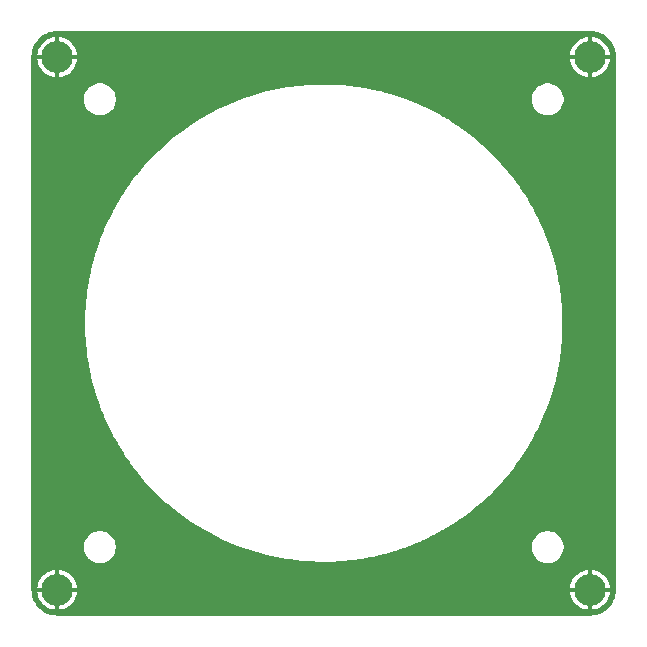
<source format=gbr>
%TF.GenerationSoftware,KiCad,Pcbnew,9.0.5-9.0.5~ubuntu24.04.1*%
%TF.CreationDate,2025-10-31T15:20:58+08:00*%
%TF.ProjectId,TPS,5450532e-6b69-4636-9164-5f7063625858,rev?*%
%TF.SameCoordinates,Original*%
%TF.FileFunction,Copper,L2,Bot*%
%TF.FilePolarity,Positive*%
%FSLAX46Y46*%
G04 Gerber Fmt 4.6, Leading zero omitted, Abs format (unit mm)*
G04 Created by KiCad (PCBNEW 9.0.5-9.0.5~ubuntu24.04.1) date 2025-10-31 15:20:58*
%MOMM*%
%LPD*%
G01*
G04 APERTURE LIST*
%TA.AperFunction,ComponentPad*%
%ADD10C,2.700000*%
%TD*%
G04 APERTURE END LIST*
D10*
%TO.P,H10,1,1*%
%TO.N,GND*%
X85775000Y-57886000D03*
%TD*%
%TO.P,H9,1,1*%
%TO.N,GND*%
X40661000Y-103000000D03*
%TD*%
%TO.P,H8,1,1*%
%TO.N,GND*%
X40661000Y-57886000D03*
%TD*%
%TO.P,H11,1,1*%
%TO.N,GND*%
X85775000Y-103000000D03*
%TD*%
%TA.AperFunction,Conductor*%
%TO.N,GND*%
G36*
X85778736Y-55686726D02*
G01*
X86011068Y-55700779D01*
X86019729Y-55701611D01*
X86071126Y-55708377D01*
X86077239Y-55709339D01*
X86279220Y-55746353D01*
X86288960Y-55748547D01*
X86332404Y-55760187D01*
X86337176Y-55761569D01*
X86540605Y-55824961D01*
X86551158Y-55828782D01*
X86578927Y-55840284D01*
X86582340Y-55841757D01*
X86790319Y-55935360D01*
X86803575Y-55942318D01*
X86889020Y-55993971D01*
X87018045Y-56071970D01*
X87030356Y-56080468D01*
X87175739Y-56194368D01*
X87227636Y-56235027D01*
X87238844Y-56244957D01*
X87416042Y-56422155D01*
X87425972Y-56433363D01*
X87454257Y-56469466D01*
X87560549Y-56605138D01*
X87580527Y-56630637D01*
X87589033Y-56642960D01*
X87718680Y-56857422D01*
X87725639Y-56870681D01*
X87819229Y-57078632D01*
X87820714Y-57082071D01*
X87832216Y-57109840D01*
X87836040Y-57120401D01*
X87899421Y-57323795D01*
X87900811Y-57328594D01*
X87912451Y-57372038D01*
X87914645Y-57381778D01*
X87951655Y-57583735D01*
X87952625Y-57589902D01*
X87959385Y-57641249D01*
X87960220Y-57649946D01*
X87974274Y-57882263D01*
X87974500Y-57889751D01*
X87974500Y-102996248D01*
X87974274Y-103003736D01*
X87960220Y-103236052D01*
X87959385Y-103244749D01*
X87952625Y-103296096D01*
X87951655Y-103302263D01*
X87914645Y-103504220D01*
X87912451Y-103513960D01*
X87900811Y-103557404D01*
X87899421Y-103562203D01*
X87836040Y-103765597D01*
X87832216Y-103776158D01*
X87820714Y-103803927D01*
X87819229Y-103807366D01*
X87725639Y-104015317D01*
X87718680Y-104028576D01*
X87589033Y-104243039D01*
X87580527Y-104255362D01*
X87425972Y-104452636D01*
X87416042Y-104463844D01*
X87238844Y-104641042D01*
X87227636Y-104650972D01*
X87030362Y-104805527D01*
X87018039Y-104814033D01*
X86803576Y-104943680D01*
X86790317Y-104950639D01*
X86582366Y-105044229D01*
X86578927Y-105045714D01*
X86551158Y-105057216D01*
X86540597Y-105061040D01*
X86337203Y-105124421D01*
X86332404Y-105125811D01*
X86288960Y-105137451D01*
X86279220Y-105139645D01*
X86077263Y-105176655D01*
X86071096Y-105177625D01*
X86019749Y-105184385D01*
X86011052Y-105185220D01*
X85787202Y-105198761D01*
X85778735Y-105199274D01*
X85771249Y-105199500D01*
X40664751Y-105199500D01*
X40657264Y-105199274D01*
X40647971Y-105198711D01*
X40424946Y-105185220D01*
X40416249Y-105184385D01*
X40364902Y-105177625D01*
X40358735Y-105176655D01*
X40156778Y-105139645D01*
X40147038Y-105137451D01*
X40103594Y-105125811D01*
X40098795Y-105124421D01*
X39895401Y-105061040D01*
X39884840Y-105057216D01*
X39857071Y-105045714D01*
X39853632Y-105044229D01*
X39645681Y-104950639D01*
X39632422Y-104943680D01*
X39417960Y-104814033D01*
X39405637Y-104805527D01*
X39208363Y-104650972D01*
X39197155Y-104641042D01*
X39019957Y-104463844D01*
X39010027Y-104452636D01*
X38875456Y-104280869D01*
X38855468Y-104255356D01*
X38846970Y-104243045D01*
X38744122Y-104072914D01*
X38717318Y-104028575D01*
X38710359Y-104015316D01*
X38616757Y-103807340D01*
X38615284Y-103803927D01*
X38603782Y-103776158D01*
X38599958Y-103765597D01*
X38596189Y-103753502D01*
X38536569Y-103562176D01*
X38535187Y-103557404D01*
X38523547Y-103513960D01*
X38521353Y-103504220D01*
X38489860Y-103332367D01*
X38484339Y-103302239D01*
X38483377Y-103296126D01*
X38476611Y-103244729D01*
X38475779Y-103236065D01*
X38461726Y-103003736D01*
X38461500Y-102996249D01*
X38461500Y-102825000D01*
X38969370Y-102825000D01*
X39575006Y-102825000D01*
X39561000Y-102913428D01*
X39561000Y-103086572D01*
X39575006Y-103175000D01*
X38969370Y-103175000D01*
X38990085Y-103332354D01*
X38990088Y-103332367D01*
X39047763Y-103547618D01*
X39133045Y-103753502D01*
X39133054Y-103753520D01*
X39244464Y-103946491D01*
X39244466Y-103946495D01*
X39380130Y-104123293D01*
X39380138Y-104123302D01*
X39537698Y-104280862D01*
X39537706Y-104280869D01*
X39714504Y-104416533D01*
X39714508Y-104416535D01*
X39907479Y-104527945D01*
X39907497Y-104527954D01*
X40113381Y-104613236D01*
X40328632Y-104670911D01*
X40328645Y-104670914D01*
X40486000Y-104691629D01*
X40486000Y-104085994D01*
X40574428Y-104100000D01*
X40747572Y-104100000D01*
X40836000Y-104085994D01*
X40836000Y-104691628D01*
X40993354Y-104670914D01*
X40993367Y-104670911D01*
X41208618Y-104613236D01*
X41414502Y-104527954D01*
X41414520Y-104527945D01*
X41607491Y-104416535D01*
X41607495Y-104416533D01*
X41784293Y-104280869D01*
X41784302Y-104280862D01*
X41941862Y-104123302D01*
X41941869Y-104123293D01*
X42077533Y-103946495D01*
X42077535Y-103946491D01*
X42188945Y-103753520D01*
X42188954Y-103753502D01*
X42274236Y-103547618D01*
X42331911Y-103332367D01*
X42331914Y-103332354D01*
X42352630Y-103175000D01*
X41746994Y-103175000D01*
X41761000Y-103086572D01*
X41761000Y-102913428D01*
X41746994Y-102825000D01*
X42352629Y-102825000D01*
X84083370Y-102825000D01*
X84689006Y-102825000D01*
X84675000Y-102913428D01*
X84675000Y-103086572D01*
X84689006Y-103175000D01*
X84083370Y-103175000D01*
X84104085Y-103332354D01*
X84104088Y-103332367D01*
X84161763Y-103547618D01*
X84247045Y-103753502D01*
X84247054Y-103753520D01*
X84358464Y-103946491D01*
X84358466Y-103946495D01*
X84494130Y-104123293D01*
X84494138Y-104123302D01*
X84651698Y-104280862D01*
X84651706Y-104280869D01*
X84828504Y-104416533D01*
X84828508Y-104416535D01*
X85021479Y-104527945D01*
X85021497Y-104527954D01*
X85227381Y-104613236D01*
X85442632Y-104670911D01*
X85442645Y-104670914D01*
X85600000Y-104691629D01*
X85600000Y-104085994D01*
X85688428Y-104100000D01*
X85861572Y-104100000D01*
X85950000Y-104085994D01*
X85950000Y-104691628D01*
X86107354Y-104670914D01*
X86107367Y-104670911D01*
X86322618Y-104613236D01*
X86528502Y-104527954D01*
X86528520Y-104527945D01*
X86721491Y-104416535D01*
X86721495Y-104416533D01*
X86898293Y-104280869D01*
X86898302Y-104280862D01*
X87055862Y-104123302D01*
X87055869Y-104123293D01*
X87191533Y-103946495D01*
X87191535Y-103946491D01*
X87302945Y-103753520D01*
X87302954Y-103753502D01*
X87388236Y-103547618D01*
X87445911Y-103332367D01*
X87445914Y-103332354D01*
X87466630Y-103175000D01*
X86860994Y-103175000D01*
X86875000Y-103086572D01*
X86875000Y-102913428D01*
X86860994Y-102825000D01*
X87466629Y-102825000D01*
X87445914Y-102667645D01*
X87445911Y-102667632D01*
X87388236Y-102452381D01*
X87302954Y-102246497D01*
X87302945Y-102246479D01*
X87191535Y-102053508D01*
X87191533Y-102053504D01*
X87055869Y-101876706D01*
X87055862Y-101876698D01*
X86898302Y-101719138D01*
X86898293Y-101719130D01*
X86721495Y-101583466D01*
X86721491Y-101583464D01*
X86528520Y-101472054D01*
X86528502Y-101472045D01*
X86322618Y-101386763D01*
X86107367Y-101329088D01*
X86107356Y-101329086D01*
X85950000Y-101308368D01*
X85950000Y-101914005D01*
X85861572Y-101900000D01*
X85688428Y-101900000D01*
X85600000Y-101914005D01*
X85600000Y-101308368D01*
X85599999Y-101308368D01*
X85442643Y-101329086D01*
X85442632Y-101329088D01*
X85227381Y-101386763D01*
X85021497Y-101472045D01*
X85021479Y-101472054D01*
X84828508Y-101583464D01*
X84828504Y-101583466D01*
X84651706Y-101719130D01*
X84494130Y-101876706D01*
X84358466Y-102053504D01*
X84358464Y-102053508D01*
X84247054Y-102246479D01*
X84247045Y-102246497D01*
X84161763Y-102452381D01*
X84104088Y-102667632D01*
X84104085Y-102667645D01*
X84083370Y-102825000D01*
X42352629Y-102825000D01*
X42331914Y-102667645D01*
X42331911Y-102667632D01*
X42274236Y-102452381D01*
X42188954Y-102246497D01*
X42188945Y-102246479D01*
X42077535Y-102053508D01*
X42077533Y-102053504D01*
X41941869Y-101876706D01*
X41941862Y-101876698D01*
X41784302Y-101719138D01*
X41784293Y-101719130D01*
X41607495Y-101583466D01*
X41607491Y-101583464D01*
X41414520Y-101472054D01*
X41414502Y-101472045D01*
X41208618Y-101386763D01*
X40993367Y-101329088D01*
X40993356Y-101329086D01*
X40836000Y-101308368D01*
X40836000Y-101914005D01*
X40747572Y-101900000D01*
X40574428Y-101900000D01*
X40486000Y-101914005D01*
X40486000Y-101308368D01*
X40485999Y-101308368D01*
X40328643Y-101329086D01*
X40328632Y-101329088D01*
X40113381Y-101386763D01*
X39907497Y-101472045D01*
X39907479Y-101472054D01*
X39714508Y-101583464D01*
X39714504Y-101583466D01*
X39537706Y-101719130D01*
X39380130Y-101876706D01*
X39244466Y-102053504D01*
X39244464Y-102053508D01*
X39133054Y-102246479D01*
X39133045Y-102246497D01*
X39047763Y-102452381D01*
X38990088Y-102667632D01*
X38990085Y-102667645D01*
X38969370Y-102825000D01*
X38461500Y-102825000D01*
X38461500Y-99293713D01*
X42910500Y-99293713D01*
X42910500Y-99506286D01*
X42942118Y-99705919D01*
X42943754Y-99716243D01*
X42984323Y-99841102D01*
X43009444Y-99918414D01*
X43105951Y-100107820D01*
X43230890Y-100279786D01*
X43381213Y-100430109D01*
X43553179Y-100555048D01*
X43553181Y-100555049D01*
X43553184Y-100555051D01*
X43742588Y-100651557D01*
X43944757Y-100717246D01*
X44154713Y-100750500D01*
X44154714Y-100750500D01*
X44367286Y-100750500D01*
X44367287Y-100750500D01*
X44577243Y-100717246D01*
X44779412Y-100651557D01*
X44968816Y-100555051D01*
X45013700Y-100522441D01*
X45140786Y-100430109D01*
X45140788Y-100430106D01*
X45140792Y-100430104D01*
X45291104Y-100279792D01*
X45291106Y-100279788D01*
X45291109Y-100279786D01*
X45416048Y-100107820D01*
X45416047Y-100107820D01*
X45416051Y-100107816D01*
X45512557Y-99918412D01*
X45578246Y-99716243D01*
X45611500Y-99506287D01*
X45611500Y-99293713D01*
X45578246Y-99083757D01*
X45512557Y-98881588D01*
X45416051Y-98692184D01*
X45416049Y-98692181D01*
X45416048Y-98692179D01*
X45291109Y-98520213D01*
X45140786Y-98369890D01*
X44968820Y-98244951D01*
X44779414Y-98148444D01*
X44779413Y-98148443D01*
X44779412Y-98148443D01*
X44577243Y-98082754D01*
X44577241Y-98082753D01*
X44577240Y-98082753D01*
X44415957Y-98057208D01*
X44367287Y-98049500D01*
X44154713Y-98049500D01*
X44106042Y-98057208D01*
X43944760Y-98082753D01*
X43742585Y-98148444D01*
X43553179Y-98244951D01*
X43381213Y-98369890D01*
X43230890Y-98520213D01*
X43105951Y-98692179D01*
X43009444Y-98881585D01*
X42943753Y-99083760D01*
X42910500Y-99293713D01*
X38461500Y-99293713D01*
X38461500Y-80442999D01*
X43015492Y-80442999D01*
X43017469Y-80531672D01*
X43017500Y-80534435D01*
X43017500Y-80883776D01*
X43033404Y-81248067D01*
X43033491Y-81250711D01*
X43035547Y-81342955D01*
X43041203Y-81427443D01*
X43041362Y-81430316D01*
X43055953Y-81764494D01*
X43089108Y-82143461D01*
X43089222Y-82144772D01*
X43095673Y-82241129D01*
X43104757Y-82322340D01*
X43104890Y-82323850D01*
X43104891Y-82323858D01*
X43132786Y-82642691D01*
X43184589Y-83036184D01*
X43184881Y-83038582D01*
X43195749Y-83135726D01*
X43207466Y-83210242D01*
X43207910Y-83213318D01*
X43247850Y-83516701D01*
X43319740Y-83924406D01*
X43319949Y-83925591D01*
X43335578Y-84024986D01*
X43349891Y-84095403D01*
X43350172Y-84096997D01*
X43350175Y-84097011D01*
X43400930Y-84384854D01*
X43494435Y-84806632D01*
X43494889Y-84808770D01*
X43514882Y-84907133D01*
X43530601Y-84969976D01*
X43531368Y-84973225D01*
X43591733Y-85245514D01*
X43591736Y-85245524D01*
X43708437Y-85681060D01*
X43708706Y-85682065D01*
X43733304Y-85780410D01*
X43750665Y-85838661D01*
X43751124Y-85840375D01*
X43751130Y-85840393D01*
X43819898Y-86097038D01*
X43961511Y-86546177D01*
X43962084Y-86548046D01*
X43990413Y-86643096D01*
X44007849Y-86693311D01*
X44008971Y-86696697D01*
X44084987Y-86937789D01*
X44253319Y-87400279D01*
X44253660Y-87401218D01*
X44285693Y-87493467D01*
X44303742Y-87538817D01*
X44304376Y-87540559D01*
X44304385Y-87540581D01*
X44346541Y-87656403D01*
X44386494Y-87766172D01*
X44446984Y-87912208D01*
X44583634Y-88242111D01*
X44584283Y-88243710D01*
X44618565Y-88329845D01*
X44635251Y-88366879D01*
X44636758Y-88370364D01*
X44723850Y-88580622D01*
X44952049Y-89069996D01*
X44952407Y-89070764D01*
X44988361Y-89150559D01*
X45004618Y-89182730D01*
X45005452Y-89184519D01*
X45005452Y-89184520D01*
X45096407Y-89379575D01*
X45358311Y-89882688D01*
X45358993Y-89884018D01*
X45394347Y-89953979D01*
X45407784Y-89977865D01*
X45409699Y-89981403D01*
X45503464Y-90161524D01*
X45762033Y-90609378D01*
X45802554Y-90679562D01*
X45835731Y-90738534D01*
X45847639Y-90757655D01*
X45848691Y-90759476D01*
X45848696Y-90759483D01*
X45944242Y-90924973D01*
X46112481Y-91189055D01*
X46283547Y-91457576D01*
X46284221Y-91458647D01*
X46302928Y-91488683D01*
X46311620Y-91502639D01*
X46319245Y-91513747D01*
X46321583Y-91517280D01*
X46417905Y-91668476D01*
X46802472Y-92217694D01*
X46802473Y-92217695D01*
X46802732Y-92218065D01*
X46821075Y-92244786D01*
X46826198Y-92251579D01*
X46827440Y-92253353D01*
X46827451Y-92253368D01*
X46923538Y-92390594D01*
X46923545Y-92390603D01*
X47359218Y-92958383D01*
X47359836Y-92959196D01*
X47363425Y-92963954D01*
X47365283Y-92966287D01*
X47460194Y-93089977D01*
X48026845Y-93765285D01*
X48622414Y-94415234D01*
X49245766Y-95038586D01*
X49895715Y-95634155D01*
X50177605Y-95870689D01*
X50571021Y-96200805D01*
X51264302Y-96732778D01*
X51270406Y-96737462D01*
X51992532Y-97243100D01*
X52736027Y-97716758D01*
X53120763Y-97938885D01*
X53499475Y-98157535D01*
X54281416Y-98564588D01*
X54555037Y-98692179D01*
X55080379Y-98937150D01*
X55894828Y-99274506D01*
X56723217Y-99576015D01*
X57563969Y-99841103D01*
X58415483Y-100069266D01*
X59276140Y-100260069D01*
X60144300Y-100413149D01*
X60301072Y-100433788D01*
X60302385Y-100434010D01*
X60308037Y-100434705D01*
X61018311Y-100528214D01*
X61185167Y-100542812D01*
X61189452Y-100543263D01*
X61195816Y-100544047D01*
X61228051Y-100546565D01*
X61228366Y-100546591D01*
X61896510Y-100605047D01*
X62077717Y-100612958D01*
X62093262Y-100614174D01*
X62145696Y-100615926D01*
X62777224Y-100643500D01*
X62968311Y-100643500D01*
X62972452Y-100643568D01*
X62992941Y-100644254D01*
X62992947Y-100644253D01*
X62992950Y-100644254D01*
X63054427Y-100643569D01*
X63059903Y-100643507D01*
X63061284Y-100643500D01*
X63658775Y-100643500D01*
X63658776Y-100643500D01*
X63863706Y-100634552D01*
X63893066Y-100634226D01*
X63971957Y-100629826D01*
X64539490Y-100605047D01*
X64753986Y-100586280D01*
X64757731Y-100586012D01*
X64791852Y-100584110D01*
X64878317Y-100575411D01*
X64879573Y-100575293D01*
X65417689Y-100528214D01*
X65645213Y-100498260D01*
X65687512Y-100494005D01*
X65780043Y-100480509D01*
X66291700Y-100413149D01*
X66528210Y-100371445D01*
X66531703Y-100370883D01*
X66578270Y-100364092D01*
X66673501Y-100345837D01*
X66674925Y-100345576D01*
X67159860Y-100260069D01*
X67408406Y-100204967D01*
X67462356Y-100194627D01*
X67559776Y-100171409D01*
X68020517Y-100069266D01*
X68277225Y-100000481D01*
X68280504Y-99999651D01*
X68338016Y-99985946D01*
X68434654Y-99958313D01*
X68436359Y-99957841D01*
X68872031Y-99841103D01*
X69139590Y-99756741D01*
X69203510Y-99738465D01*
X69299717Y-99706253D01*
X69712783Y-99576015D01*
X69987562Y-99476003D01*
X69990376Y-99475020D01*
X70047193Y-99455998D01*
X70057109Y-99452679D01*
X70057115Y-99452676D01*
X70057120Y-99452675D01*
X70150142Y-99416847D01*
X70151978Y-99416160D01*
X70488401Y-99293713D01*
X80824500Y-99293713D01*
X80824500Y-99506286D01*
X80856118Y-99705919D01*
X80857754Y-99716243D01*
X80898323Y-99841102D01*
X80923444Y-99918414D01*
X81019951Y-100107820D01*
X81144890Y-100279786D01*
X81295213Y-100430109D01*
X81467179Y-100555048D01*
X81467181Y-100555049D01*
X81467184Y-100555051D01*
X81656588Y-100651557D01*
X81858757Y-100717246D01*
X82068713Y-100750500D01*
X82068714Y-100750500D01*
X82281286Y-100750500D01*
X82281287Y-100750500D01*
X82491243Y-100717246D01*
X82693412Y-100651557D01*
X82882816Y-100555051D01*
X82927700Y-100522441D01*
X83054786Y-100430109D01*
X83054788Y-100430106D01*
X83054792Y-100430104D01*
X83205104Y-100279792D01*
X83205106Y-100279788D01*
X83205109Y-100279786D01*
X83330048Y-100107820D01*
X83330047Y-100107820D01*
X83330051Y-100107816D01*
X83426557Y-99918412D01*
X83492246Y-99716243D01*
X83525500Y-99506287D01*
X83525500Y-99293713D01*
X83492246Y-99083757D01*
X83426557Y-98881588D01*
X83330051Y-98692184D01*
X83330049Y-98692181D01*
X83330048Y-98692179D01*
X83205109Y-98520213D01*
X83054786Y-98369890D01*
X82882820Y-98244951D01*
X82693414Y-98148444D01*
X82693413Y-98148443D01*
X82693412Y-98148443D01*
X82491243Y-98082754D01*
X82491241Y-98082753D01*
X82491240Y-98082753D01*
X82329957Y-98057208D01*
X82281287Y-98049500D01*
X82068713Y-98049500D01*
X82020042Y-98057208D01*
X81858760Y-98082753D01*
X81656585Y-98148444D01*
X81467179Y-98244951D01*
X81295213Y-98369890D01*
X81144890Y-98520213D01*
X81019951Y-98692179D01*
X80923444Y-98881585D01*
X80857753Y-99083760D01*
X80824500Y-99293713D01*
X70488401Y-99293713D01*
X70541172Y-99274506D01*
X70823897Y-99157397D01*
X70826668Y-99156289D01*
X70897152Y-99129143D01*
X70986906Y-99089898D01*
X70988805Y-99089090D01*
X71355621Y-98937150D01*
X71647051Y-98801253D01*
X71721938Y-98768511D01*
X71808652Y-98725898D01*
X72097876Y-98591030D01*
X72154565Y-98564597D01*
X72154573Y-98564592D01*
X72154579Y-98564590D01*
X72451390Y-98410079D01*
X72453642Y-98408940D01*
X72529840Y-98371496D01*
X72610959Y-98327041D01*
X72613009Y-98325946D01*
X72936526Y-98157534D01*
X73240219Y-97982196D01*
X73319254Y-97938885D01*
X73396266Y-97892103D01*
X73699973Y-97716758D01*
X74007623Y-97520763D01*
X74009634Y-97519512D01*
X74056842Y-97490835D01*
X74088606Y-97471542D01*
X74106830Y-97459328D01*
X74159007Y-97424359D01*
X74161290Y-97422866D01*
X74443468Y-97243100D01*
X74756170Y-97024143D01*
X74836389Y-96970382D01*
X74902152Y-96921926D01*
X75165594Y-96737462D01*
X75480573Y-96495769D01*
X75482359Y-96494427D01*
X75561098Y-96436412D01*
X75619868Y-96388928D01*
X75622095Y-96387176D01*
X75864977Y-96200806D01*
X76183050Y-95933910D01*
X76261302Y-95870689D01*
X76315154Y-95823062D01*
X76540285Y-95634155D01*
X76858876Y-95342219D01*
X76860281Y-95340954D01*
X76935608Y-95274336D01*
X76982305Y-95229173D01*
X76984522Y-95227086D01*
X77190234Y-95038586D01*
X77509799Y-94719020D01*
X77582680Y-94648537D01*
X77624485Y-94604334D01*
X77813586Y-94415234D01*
X78131912Y-94067841D01*
X78132832Y-94066854D01*
X78201232Y-93994534D01*
X78236123Y-93954184D01*
X78238274Y-93951768D01*
X78409155Y-93765285D01*
X78726219Y-93387422D01*
X78790036Y-93313625D01*
X78820284Y-93275319D01*
X78975806Y-93089977D01*
X79289521Y-92681135D01*
X79290380Y-92680031D01*
X79347924Y-92607163D01*
X79371666Y-92574175D01*
X79373872Y-92571207D01*
X79512462Y-92390594D01*
X79822730Y-91947484D01*
X79873787Y-91876550D01*
X79893490Y-91846428D01*
X80018100Y-91668468D01*
X80323126Y-91189671D01*
X80323524Y-91189055D01*
X80366581Y-91123237D01*
X80380544Y-91099661D01*
X80382617Y-91096289D01*
X80491758Y-90924973D01*
X80790840Y-90406946D01*
X80825329Y-90348720D01*
X80835950Y-90328813D01*
X80932534Y-90161526D01*
X81224179Y-89601280D01*
X81224614Y-89600454D01*
X81249118Y-89554535D01*
X81254945Y-89542335D01*
X81256789Y-89538637D01*
X81339590Y-89379579D01*
X81623146Y-88771489D01*
X81637109Y-88742261D01*
X81640437Y-88734409D01*
X81712150Y-88580621D01*
X81986161Y-87919098D01*
X81986338Y-87918677D01*
X81988530Y-87913509D01*
X81988549Y-87913455D01*
X81989047Y-87912208D01*
X81989058Y-87912212D01*
X81989839Y-87910218D01*
X82049506Y-87766172D01*
X82351015Y-86937783D01*
X82616103Y-86097031D01*
X82844266Y-85245517D01*
X83035069Y-84384860D01*
X83188149Y-83516700D01*
X83303214Y-82642689D01*
X83380047Y-81764490D01*
X83418500Y-80883776D01*
X83418500Y-80002224D01*
X83380047Y-79121510D01*
X83303214Y-78243311D01*
X83203297Y-77484364D01*
X83188149Y-77369299D01*
X83085824Y-76788987D01*
X83035069Y-76501140D01*
X82844266Y-75640483D01*
X82616103Y-74788969D01*
X82351015Y-73948217D01*
X82049506Y-73119828D01*
X81989000Y-72973755D01*
X81988530Y-72972491D01*
X81986257Y-72967133D01*
X81852349Y-72643850D01*
X81712150Y-72305377D01*
X81641373Y-72153598D01*
X81639604Y-72149623D01*
X81637109Y-72143739D01*
X81623333Y-72114899D01*
X81622846Y-72113866D01*
X81339597Y-71506434D01*
X81326694Y-71481648D01*
X81255843Y-71345545D01*
X81249118Y-71331465D01*
X81224409Y-71285160D01*
X80932534Y-70724474D01*
X80837002Y-70559007D01*
X80834995Y-70555393D01*
X80831103Y-70548101D01*
X80825329Y-70537280D01*
X80791134Y-70479547D01*
X80790438Y-70478356D01*
X80599399Y-70147467D01*
X80491758Y-69961027D01*
X80382614Y-69789705D01*
X80382614Y-69789704D01*
X80381535Y-69788011D01*
X80366581Y-69762763D01*
X80323341Y-69696665D01*
X80018100Y-69217532D01*
X80018094Y-69217523D01*
X79894626Y-69041192D01*
X79892433Y-69037952D01*
X79873788Y-69009452D01*
X79823148Y-68939093D01*
X79822215Y-68937779D01*
X79512462Y-68495406D01*
X79373922Y-68314857D01*
X79372754Y-68313335D01*
X79347924Y-68278837D01*
X79289977Y-68205458D01*
X79289440Y-68204758D01*
X78975805Y-67796021D01*
X78890693Y-67694589D01*
X78821460Y-67612081D01*
X78819183Y-67609284D01*
X78790036Y-67572375D01*
X78726779Y-67499223D01*
X78725603Y-67497842D01*
X78568549Y-67310674D01*
X78409155Y-67120715D01*
X78237169Y-66933025D01*
X78201232Y-66891466D01*
X78132362Y-66818648D01*
X77813586Y-66470766D01*
X77625741Y-66282921D01*
X77623334Y-66280446D01*
X77599629Y-66255384D01*
X77582680Y-66237463D01*
X77510499Y-66167655D01*
X77509022Y-66166202D01*
X77190233Y-65847413D01*
X76984653Y-65659034D01*
X76983422Y-65657906D01*
X76935608Y-65611664D01*
X76859593Y-65544437D01*
X76858737Y-65543653D01*
X76858736Y-65543651D01*
X76615704Y-65320954D01*
X76540285Y-65251845D01*
X76467803Y-65191026D01*
X76316388Y-65063972D01*
X76313947Y-65061869D01*
X76261300Y-65015309D01*
X76183918Y-64952788D01*
X76182141Y-64951326D01*
X75864964Y-64685183D01*
X75622211Y-64498913D01*
X75620953Y-64497948D01*
X75561098Y-64449588D01*
X75481437Y-64390893D01*
X75480484Y-64390162D01*
X75480482Y-64390160D01*
X75165593Y-64148537D01*
X74903443Y-63964978D01*
X74901012Y-63963232D01*
X74836382Y-63915613D01*
X74757208Y-63862551D01*
X74755119Y-63861120D01*
X74443460Y-63642894D01*
X74161344Y-63463166D01*
X74161344Y-63463167D01*
X74160140Y-63462400D01*
X74088613Y-63414463D01*
X74008611Y-63365865D01*
X74007508Y-63365163D01*
X73948634Y-63327656D01*
X73699973Y-63169242D01*
X73618384Y-63122137D01*
X73397497Y-62994607D01*
X73395121Y-62993200D01*
X73356062Y-62969474D01*
X73319254Y-62947115D01*
X73319245Y-62947110D01*
X73241403Y-62904450D01*
X73238996Y-62903096D01*
X72936524Y-62728464D01*
X72613167Y-62560135D01*
X72611947Y-62559500D01*
X72529840Y-62514504D01*
X72452523Y-62476509D01*
X72451197Y-62475819D01*
X72154583Y-62321411D01*
X71809827Y-62160649D01*
X71807544Y-62159556D01*
X71721940Y-62117490D01*
X71648387Y-62085329D01*
X71645660Y-62084097D01*
X71355621Y-61948850D01*
X70988958Y-61796973D01*
X70987848Y-61796513D01*
X70897152Y-61756857D01*
X70825343Y-61729200D01*
X70823860Y-61728586D01*
X70823858Y-61728585D01*
X70541185Y-61611498D01*
X70211116Y-61491363D01*
X70211115Y-61491362D01*
X70152123Y-61469891D01*
X70149967Y-61469083D01*
X70057138Y-61433330D01*
X69990464Y-61411008D01*
X69987422Y-61409945D01*
X69904360Y-61379713D01*
X80824500Y-61379713D01*
X80824500Y-61592287D01*
X80834534Y-61655644D01*
X80857753Y-61802239D01*
X80923444Y-62004414D01*
X81019951Y-62193820D01*
X81144890Y-62365786D01*
X81295213Y-62516109D01*
X81467179Y-62641048D01*
X81467181Y-62641049D01*
X81467184Y-62641051D01*
X81656588Y-62737557D01*
X81858757Y-62803246D01*
X82068713Y-62836500D01*
X82068714Y-62836500D01*
X82281286Y-62836500D01*
X82281287Y-62836500D01*
X82491243Y-62803246D01*
X82693412Y-62737557D01*
X82882816Y-62641051D01*
X82904789Y-62625086D01*
X83054786Y-62516109D01*
X83054788Y-62516106D01*
X83054792Y-62516104D01*
X83205104Y-62365792D01*
X83205106Y-62365788D01*
X83205109Y-62365786D01*
X83330048Y-62193820D01*
X83330047Y-62193820D01*
X83330051Y-62193816D01*
X83426557Y-62004412D01*
X83492246Y-61802243D01*
X83525500Y-61592287D01*
X83525500Y-61379713D01*
X83492246Y-61169757D01*
X83426557Y-60967588D01*
X83330051Y-60778184D01*
X83330049Y-60778181D01*
X83330048Y-60778179D01*
X83205109Y-60606213D01*
X83054786Y-60455890D01*
X82882820Y-60330951D01*
X82693414Y-60234444D01*
X82693413Y-60234443D01*
X82693412Y-60234443D01*
X82491243Y-60168754D01*
X82491241Y-60168753D01*
X82491240Y-60168753D01*
X82329957Y-60143208D01*
X82281287Y-60135500D01*
X82068713Y-60135500D01*
X82020042Y-60143208D01*
X81858760Y-60168753D01*
X81656585Y-60234444D01*
X81467179Y-60330951D01*
X81295213Y-60455890D01*
X81144890Y-60606213D01*
X81019951Y-60778179D01*
X80923444Y-60967585D01*
X80857753Y-61169760D01*
X80834673Y-61315485D01*
X80824500Y-61379713D01*
X69904360Y-61379713D01*
X69712789Y-61309987D01*
X69300791Y-61180084D01*
X69300791Y-61180083D01*
X69299671Y-61179730D01*
X69203510Y-61147535D01*
X69139599Y-61129260D01*
X69137981Y-61128750D01*
X69137960Y-61128744D01*
X68872032Y-61044897D01*
X68436476Y-60928190D01*
X68434480Y-60927637D01*
X68420207Y-60923555D01*
X68338016Y-60900054D01*
X68333772Y-60899042D01*
X68280511Y-60886348D01*
X68277167Y-60885502D01*
X68020524Y-60816736D01*
X68020526Y-60816736D01*
X68020517Y-60816734D01*
X67799357Y-60767704D01*
X67560738Y-60714803D01*
X67559793Y-60714593D01*
X67462356Y-60691373D01*
X67408407Y-60681031D01*
X67406635Y-60680639D01*
X67406634Y-60680638D01*
X67159855Y-60625930D01*
X66675120Y-60540458D01*
X66673310Y-60540125D01*
X66578280Y-60521910D01*
X66578281Y-60521910D01*
X66578270Y-60521908D01*
X66551953Y-60518069D01*
X66531751Y-60515123D01*
X66528117Y-60514537D01*
X66291701Y-60472850D01*
X65780945Y-60405609D01*
X65780944Y-60405609D01*
X65780053Y-60405491D01*
X65687512Y-60391995D01*
X65645241Y-60387742D01*
X65643316Y-60387489D01*
X65643315Y-60387488D01*
X65417695Y-60357786D01*
X64879731Y-60310720D01*
X64878127Y-60310569D01*
X64791865Y-60301890D01*
X64757797Y-60299991D01*
X64753895Y-60299711D01*
X64539494Y-60280953D01*
X63972800Y-60256210D01*
X63971978Y-60256174D01*
X63893066Y-60251774D01*
X63863724Y-60251447D01*
X63861684Y-60251358D01*
X63861683Y-60251357D01*
X63658776Y-60242500D01*
X63061284Y-60242500D01*
X63059903Y-60242492D01*
X63059342Y-60242485D01*
X62992950Y-60241745D01*
X62972453Y-60242431D01*
X62968311Y-60242500D01*
X62777224Y-60242500D01*
X62146388Y-60270041D01*
X62146389Y-60270042D01*
X62145632Y-60270075D01*
X62093262Y-60271826D01*
X62077717Y-60273040D01*
X62075580Y-60273134D01*
X62075579Y-60273133D01*
X62075579Y-60273134D01*
X61896505Y-60280953D01*
X61228840Y-60339366D01*
X61227697Y-60339461D01*
X61204447Y-60341278D01*
X61195816Y-60341953D01*
X61195809Y-60341953D01*
X61195807Y-60341954D01*
X61189453Y-60342735D01*
X61185135Y-60343189D01*
X61018306Y-60357786D01*
X60308676Y-60451210D01*
X60308667Y-60451211D01*
X60308034Y-60451294D01*
X60302385Y-60451990D01*
X60301112Y-60452204D01*
X60298882Y-60452498D01*
X60298865Y-60452501D01*
X60144296Y-60472851D01*
X59276148Y-60625929D01*
X58415485Y-60816733D01*
X57563967Y-61044897D01*
X57135210Y-61180084D01*
X56723217Y-61309985D01*
X56286099Y-61469083D01*
X55894822Y-61611496D01*
X55080378Y-61948850D01*
X54281416Y-62321411D01*
X53499475Y-62728464D01*
X52736035Y-63169237D01*
X51992523Y-63642905D01*
X51270406Y-64148537D01*
X50571021Y-64685194D01*
X49895711Y-65251848D01*
X49245766Y-65847413D01*
X48622413Y-66470766D01*
X48026848Y-67120711D01*
X47460201Y-67796014D01*
X47365278Y-67919716D01*
X47365279Y-67919717D01*
X47363923Y-67921483D01*
X47363085Y-67922498D01*
X47359653Y-67927048D01*
X47359247Y-67927578D01*
X47359245Y-67927579D01*
X46923541Y-68495401D01*
X46827446Y-68632636D01*
X46824883Y-68636162D01*
X46821081Y-68641204D01*
X46803073Y-68667437D01*
X46802418Y-68668381D01*
X46417905Y-69217523D01*
X46321607Y-69368682D01*
X46321605Y-69368684D01*
X46320440Y-69370511D01*
X46311620Y-69383361D01*
X46284022Y-69427672D01*
X46283596Y-69428342D01*
X46283536Y-69428439D01*
X46053386Y-69789705D01*
X45944242Y-69961027D01*
X45913975Y-70013450D01*
X45848692Y-70126523D01*
X45846564Y-70130071D01*
X45835730Y-70147467D01*
X45802884Y-70205851D01*
X45802200Y-70207050D01*
X45503464Y-70724475D01*
X45409698Y-70904598D01*
X45408745Y-70906427D01*
X45394352Y-70932012D01*
X45358731Y-71002502D01*
X45358294Y-71003343D01*
X45096411Y-71506416D01*
X45005440Y-71701504D01*
X45003732Y-71705021D01*
X44988359Y-71735444D01*
X44952749Y-71814475D01*
X44952078Y-71815938D01*
X44723853Y-72305368D01*
X44636764Y-72515620D01*
X44636017Y-72517422D01*
X44618564Y-72556158D01*
X44584011Y-72642975D01*
X44583671Y-72643797D01*
X44583650Y-72643850D01*
X44450856Y-72964442D01*
X44386497Y-73119822D01*
X44386491Y-73119836D01*
X44304384Y-73345417D01*
X44303075Y-73348855D01*
X44285689Y-73392541D01*
X44253935Y-73483986D01*
X44253319Y-73485719D01*
X44084987Y-73948210D01*
X44008964Y-74189322D01*
X44008424Y-74191034D01*
X43990412Y-74242907D01*
X43961829Y-74338811D01*
X43961511Y-74339821D01*
X43819901Y-74788955D01*
X43751130Y-75045606D01*
X43750190Y-75048925D01*
X43733304Y-75105586D01*
X43708956Y-75202933D01*
X43708437Y-75204938D01*
X43591736Y-75640475D01*
X43531375Y-75912739D01*
X43531002Y-75914417D01*
X43514882Y-75978871D01*
X43494683Y-76078245D01*
X43494435Y-76079365D01*
X43400930Y-76501145D01*
X43350175Y-76788987D01*
X43349574Y-76792153D01*
X43335579Y-76861004D01*
X43320119Y-76959322D01*
X43319740Y-76961592D01*
X43247850Y-77369298D01*
X43207910Y-77672680D01*
X43207910Y-77672681D01*
X43207703Y-77674247D01*
X43195750Y-77750269D01*
X43184756Y-77848543D01*
X43184589Y-77849814D01*
X43132786Y-78243308D01*
X43104891Y-78562140D01*
X43104594Y-78565116D01*
X43095674Y-78644860D01*
X43089303Y-78740014D01*
X43089108Y-78742537D01*
X43055953Y-79121505D01*
X43041362Y-79455682D01*
X43041298Y-79457143D01*
X43035548Y-79543042D01*
X43033464Y-79636553D01*
X43033404Y-79637931D01*
X43017500Y-80002223D01*
X43017500Y-80351563D01*
X43017469Y-80354326D01*
X43015492Y-80442999D01*
X38461500Y-80442999D01*
X38461500Y-61379713D01*
X42910500Y-61379713D01*
X42910500Y-61592287D01*
X42920534Y-61655644D01*
X42943753Y-61802239D01*
X43009444Y-62004414D01*
X43105951Y-62193820D01*
X43230890Y-62365786D01*
X43381213Y-62516109D01*
X43553179Y-62641048D01*
X43553181Y-62641049D01*
X43553184Y-62641051D01*
X43742588Y-62737557D01*
X43944757Y-62803246D01*
X44154713Y-62836500D01*
X44154714Y-62836500D01*
X44367286Y-62836500D01*
X44367287Y-62836500D01*
X44577243Y-62803246D01*
X44779412Y-62737557D01*
X44968816Y-62641051D01*
X44990789Y-62625086D01*
X45140786Y-62516109D01*
X45140788Y-62516106D01*
X45140792Y-62516104D01*
X45291104Y-62365792D01*
X45291106Y-62365788D01*
X45291109Y-62365786D01*
X45416048Y-62193820D01*
X45416047Y-62193820D01*
X45416051Y-62193816D01*
X45512557Y-62004412D01*
X45578246Y-61802243D01*
X45611500Y-61592287D01*
X45611500Y-61379713D01*
X45578246Y-61169757D01*
X45512557Y-60967588D01*
X45416051Y-60778184D01*
X45416049Y-60778181D01*
X45416048Y-60778179D01*
X45291109Y-60606213D01*
X45140786Y-60455890D01*
X44968820Y-60330951D01*
X44779414Y-60234444D01*
X44779413Y-60234443D01*
X44779412Y-60234443D01*
X44577243Y-60168754D01*
X44577241Y-60168753D01*
X44577240Y-60168753D01*
X44415957Y-60143208D01*
X44367287Y-60135500D01*
X44154713Y-60135500D01*
X44106042Y-60143208D01*
X43944760Y-60168753D01*
X43742585Y-60234444D01*
X43553179Y-60330951D01*
X43381213Y-60455890D01*
X43230890Y-60606213D01*
X43105951Y-60778179D01*
X43009444Y-60967585D01*
X42943753Y-61169760D01*
X42920673Y-61315485D01*
X42910500Y-61379713D01*
X38461500Y-61379713D01*
X38461500Y-57889750D01*
X38461726Y-57882263D01*
X38466737Y-57799428D01*
X38472085Y-57711000D01*
X38969370Y-57711000D01*
X39575006Y-57711000D01*
X39561000Y-57799428D01*
X39561000Y-57972572D01*
X39575006Y-58061000D01*
X38969370Y-58061000D01*
X38990085Y-58218354D01*
X38990088Y-58218367D01*
X39047763Y-58433618D01*
X39133045Y-58639502D01*
X39133054Y-58639520D01*
X39244464Y-58832491D01*
X39244466Y-58832495D01*
X39380130Y-59009293D01*
X39380138Y-59009302D01*
X39537698Y-59166862D01*
X39537706Y-59166869D01*
X39714504Y-59302533D01*
X39714508Y-59302535D01*
X39907479Y-59413945D01*
X39907497Y-59413954D01*
X40113381Y-59499236D01*
X40328632Y-59556911D01*
X40328645Y-59556914D01*
X40486000Y-59577629D01*
X40486000Y-58971994D01*
X40574428Y-58986000D01*
X40747572Y-58986000D01*
X40836000Y-58971994D01*
X40836000Y-59577628D01*
X40993354Y-59556914D01*
X40993367Y-59556911D01*
X41208618Y-59499236D01*
X41414502Y-59413954D01*
X41414520Y-59413945D01*
X41607491Y-59302535D01*
X41607495Y-59302533D01*
X41784293Y-59166869D01*
X41784302Y-59166862D01*
X41941862Y-59009302D01*
X41941869Y-59009293D01*
X42077533Y-58832495D01*
X42077535Y-58832491D01*
X42188945Y-58639520D01*
X42188954Y-58639502D01*
X42274236Y-58433618D01*
X42331911Y-58218367D01*
X42331914Y-58218354D01*
X42352630Y-58061000D01*
X41746994Y-58061000D01*
X41761000Y-57972572D01*
X41761000Y-57799428D01*
X41746994Y-57711000D01*
X42352629Y-57711000D01*
X84083370Y-57711000D01*
X84689006Y-57711000D01*
X84675000Y-57799428D01*
X84675000Y-57972572D01*
X84689006Y-58061000D01*
X84083370Y-58061000D01*
X84104085Y-58218354D01*
X84104088Y-58218367D01*
X84161763Y-58433618D01*
X84247045Y-58639502D01*
X84247054Y-58639520D01*
X84358464Y-58832491D01*
X84358466Y-58832495D01*
X84494130Y-59009293D01*
X84494138Y-59009302D01*
X84651698Y-59166862D01*
X84651706Y-59166869D01*
X84828504Y-59302533D01*
X84828508Y-59302535D01*
X85021479Y-59413945D01*
X85021497Y-59413954D01*
X85227381Y-59499236D01*
X85442632Y-59556911D01*
X85442645Y-59556914D01*
X85600000Y-59577629D01*
X85600000Y-58971994D01*
X85688428Y-58986000D01*
X85861572Y-58986000D01*
X85950000Y-58971994D01*
X85950000Y-59577628D01*
X86107354Y-59556914D01*
X86107367Y-59556911D01*
X86322618Y-59499236D01*
X86528502Y-59413954D01*
X86528520Y-59413945D01*
X86721491Y-59302535D01*
X86721495Y-59302533D01*
X86898293Y-59166869D01*
X86898302Y-59166862D01*
X87055862Y-59009302D01*
X87055869Y-59009293D01*
X87191533Y-58832495D01*
X87191535Y-58832491D01*
X87302945Y-58639520D01*
X87302954Y-58639502D01*
X87388236Y-58433618D01*
X87445911Y-58218367D01*
X87445914Y-58218354D01*
X87466630Y-58061000D01*
X86860994Y-58061000D01*
X86875000Y-57972572D01*
X86875000Y-57799428D01*
X86860994Y-57711000D01*
X87466629Y-57711000D01*
X87445914Y-57553645D01*
X87445911Y-57553632D01*
X87388236Y-57338381D01*
X87302954Y-57132497D01*
X87302945Y-57132479D01*
X87191535Y-56939508D01*
X87191533Y-56939504D01*
X87055869Y-56762706D01*
X87055862Y-56762698D01*
X86898302Y-56605138D01*
X86898293Y-56605130D01*
X86721495Y-56469466D01*
X86721491Y-56469464D01*
X86528520Y-56358054D01*
X86528502Y-56358045D01*
X86322618Y-56272763D01*
X86107367Y-56215088D01*
X86107356Y-56215086D01*
X85950000Y-56194368D01*
X85950000Y-56800005D01*
X85861572Y-56786000D01*
X85688428Y-56786000D01*
X85600000Y-56800005D01*
X85600000Y-56194368D01*
X85599999Y-56194368D01*
X85442643Y-56215086D01*
X85442632Y-56215088D01*
X85227381Y-56272763D01*
X85021497Y-56358045D01*
X85021479Y-56358054D01*
X84828508Y-56469464D01*
X84828504Y-56469466D01*
X84651706Y-56605130D01*
X84494130Y-56762706D01*
X84358466Y-56939504D01*
X84358464Y-56939508D01*
X84247054Y-57132479D01*
X84247045Y-57132497D01*
X84161763Y-57338381D01*
X84104088Y-57553632D01*
X84104085Y-57553645D01*
X84083370Y-57711000D01*
X42352629Y-57711000D01*
X42331914Y-57553645D01*
X42331911Y-57553632D01*
X42274236Y-57338381D01*
X42188954Y-57132497D01*
X42188945Y-57132479D01*
X42077535Y-56939508D01*
X42077533Y-56939504D01*
X41941869Y-56762706D01*
X41941862Y-56762698D01*
X41784302Y-56605138D01*
X41784293Y-56605130D01*
X41607495Y-56469466D01*
X41607491Y-56469464D01*
X41414520Y-56358054D01*
X41414502Y-56358045D01*
X41208618Y-56272763D01*
X40993367Y-56215088D01*
X40993356Y-56215086D01*
X40836000Y-56194368D01*
X40836000Y-56800005D01*
X40747572Y-56786000D01*
X40574428Y-56786000D01*
X40486000Y-56800005D01*
X40486000Y-56194368D01*
X40485999Y-56194368D01*
X40328643Y-56215086D01*
X40328632Y-56215088D01*
X40113381Y-56272763D01*
X39907497Y-56358045D01*
X39907479Y-56358054D01*
X39714508Y-56469464D01*
X39714504Y-56469466D01*
X39537706Y-56605130D01*
X39380130Y-56762706D01*
X39244466Y-56939504D01*
X39244464Y-56939508D01*
X39133054Y-57132479D01*
X39133045Y-57132497D01*
X39047763Y-57338381D01*
X38990088Y-57553632D01*
X38990085Y-57553645D01*
X38969370Y-57711000D01*
X38472085Y-57711000D01*
X38475779Y-57649928D01*
X38476610Y-57641275D01*
X38483379Y-57589861D01*
X38484337Y-57583772D01*
X38521355Y-57381769D01*
X38523547Y-57372038D01*
X38532565Y-57338381D01*
X38535195Y-57328564D01*
X38536560Y-57323850D01*
X38599965Y-57120379D01*
X38603777Y-57109853D01*
X38615307Y-57082017D01*
X38616736Y-57078707D01*
X38710367Y-56870666D01*
X38717312Y-56857433D01*
X38846975Y-56642946D01*
X38855462Y-56630650D01*
X39010034Y-56433354D01*
X39019949Y-56422163D01*
X39197163Y-56244949D01*
X39208354Y-56235034D01*
X39405650Y-56080462D01*
X39417946Y-56071975D01*
X39632433Y-55942312D01*
X39645666Y-55935367D01*
X39853707Y-55841736D01*
X39857017Y-55840307D01*
X39884853Y-55828777D01*
X39895379Y-55824965D01*
X40098850Y-55761560D01*
X40103564Y-55760195D01*
X40147038Y-55748547D01*
X40156769Y-55746355D01*
X40358772Y-55709337D01*
X40364861Y-55708379D01*
X40416275Y-55701610D01*
X40424925Y-55700780D01*
X40657264Y-55686726D01*
X40664751Y-55686500D01*
X85771249Y-55686500D01*
X85778736Y-55686726D01*
G37*
%TD.AperFunction*%
%TD*%
M02*

</source>
